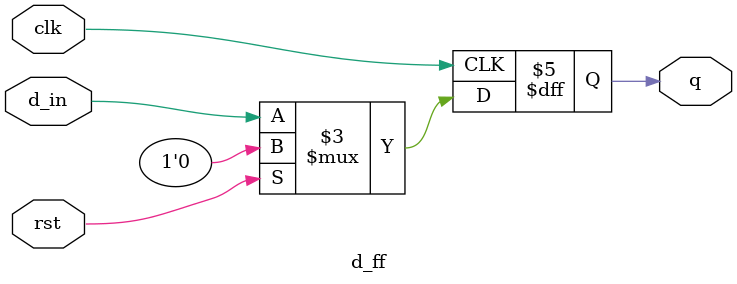
<source format=v>
module d_ff(q,rst,clk,d_in);
        output reg q;
        input rst,clk,d_in;

        always @(posedge clk)
        begin
            if(rst)
            q<=0;
            else
            q<=d_in;
		end

endmodule
</source>
